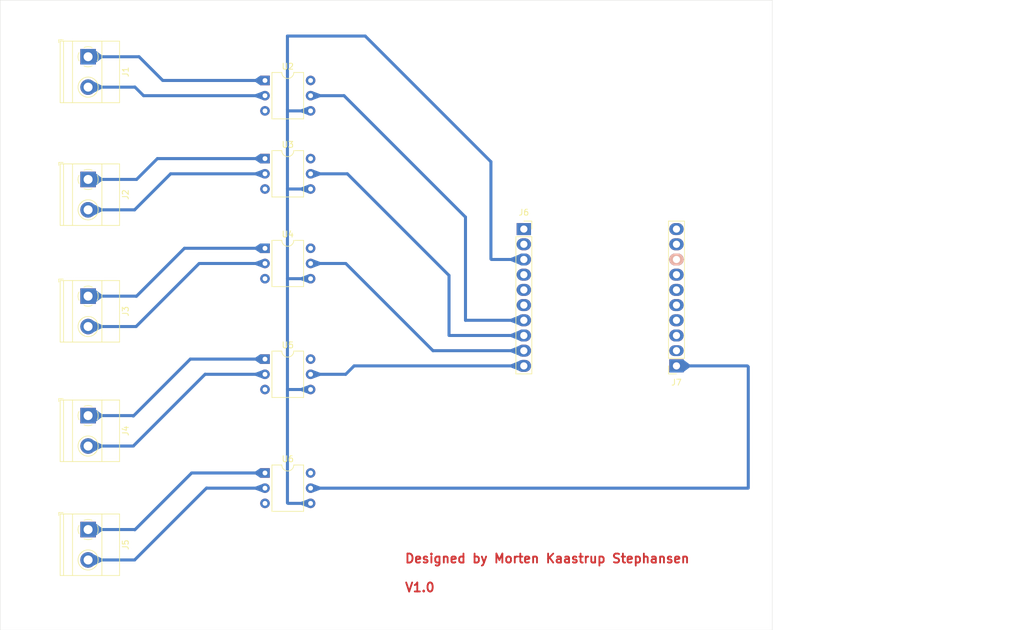
<source format=kicad_pcb>
(kicad_pcb (version 20240108) (generator "pcbnew") (generator_version "8.0")
  (layers (0 "F.Cu" signal) (31 "B.Cu" signal) (34 "B.Paste" user) (35 "F.Paste" user) (36 "B.SilkS" user "B.Silkscreen") (37 "F.SilkS" user "F.Silkscreen") (38 "B.Mask" user) (39 "F.Mask" user) (44 "Edge.Cuts" user))
  (net 0 "")
  (net 1 "Net-(J1-Pin_2)")
  (net 2 "Net-(J1-Pin_1)")
  (net 3 "Net-(J2-Pin_1)")
  (net 4 "Net-(J2-Pin_2)")
  (net 5 "Net-(J3-Pin_1)")
  (net 6 "Net-(J3-Pin_2)")
  (net 7 "Net-(J4-Pin_2)")
  (net 8 "Net-(J4-Pin_1)")
  (net 9 "Net-(J5-Pin_2)")
  (net 10 "Net-(J5-Pin_1)")
  (net 11 "Net-(J6-Pin_7)")
  (net 12 "Net-(J6-Pin_10)")
  (net 13 "Net-(J6-Pin_9)")
  (net 16 "Net-(J6-Pin_3)")
  (net 20 "Net-(J6-Pin_8)")
  (net 21 "Net-(J7-Pin_1)")
  (footprint "TerminalBlock_Phoenix:TerminalBlock_Phoenix_MKDS-1,5-2-5.08_1x02_P5.08mm_Horizontal" (layer "F.Cu") (at 127.195 125.205 -90)
    (property "Reference" "J5" (at 2.54 -6.26 90) (layer "F.SilkS"))
    (property "Value" "Screw_Terminal_01x02")
    (fp_line (start -2.84 4.9) (end -2.34 4.9) (stroke (width 0.12)) (layer "F.SilkS"))
    (fp_line (start -2.6 4.66) (end 7.68 4.66) (stroke (width 0.12)) (layer "F.SilkS"))
    (fp_line (start -2.84 4.16) (end -2.84 4.9) (stroke (width 0.12)) (layer "F.SilkS"))
    (fp_line (start -2.6 4.1) (end 7.68 4.1) (stroke (width 0.12)) (layer "F.SilkS"))
    (fp_line (start -2.6 2.6) (end 7.68 2.6) (stroke (width 0.12)) (layer "F.SilkS"))
    (fp_line (start 4.046 1.239) (end 4.011 1.274) (stroke (width 0.12)) (layer "F.SilkS"))
    (fp_line (start 3.853 1.023) (end 3.806 1.069) (stroke (width 0.12)) (layer "F.SilkS"))
    (fp_line (start 6.355 -1.069) (end 6.308 -1.023) (stroke (width 0.12)) (layer "F.SilkS"))
    (fp_line (start 6.15 -1.275) (end 6.115 -1.239) (stroke (width 0.12)) (layer "F.SilkS"))
    (fp_line (start -2.6 -2.301) (end 7.68 -2.301) (stroke (width 0.12)) (layer "F.SilkS"))
    (fp_line (start -2.6 -5.261) (end -2.6 4.66) (stroke (width 0.12)) (layer "F.SilkS"))
    (fp_line (start -2.6 -5.261) (end 7.68 -5.261) (stroke (width 0.12)) (layer "F.SilkS"))
    (fp_line (start 7.68 -5.261) (end 7.68 4.66) (stroke (width 0.12)) (layer "F.SilkS"))
    (fp_arc (start 0.028805 1.680253) (mid -0.335551 1.646659) (end -0.684 1.535) (stroke (width 0.12)) (layer "F.SilkS"))
    (fp_arc (start 0.683318 1.534756) (mid 0.349292 1.643288) (end 0 1.68) (stroke (width 0.12)) (layer "F.SilkS"))
    (fp_arc (start -1.535427 0.683042) (mid -1.680501 -0.000524) (end -1.535 -0.684) (stroke (width 0.12)) (layer "F.SilkS"))
    (fp_arc (start 1.535427 -0.683042) (mid 1.680501 0.000524) (end 1.535 0.684) (stroke (width 0.12)) (layer "F.SilkS"))
    (fp_arc (start -0.683042 -1.535427) (mid 0.000524 -1.680501) (end 0.684 -1.535) (stroke (width 0.12)) (layer "F.SilkS"))
    (fp_circle (center 5.08 0) (end 6.76 0) (stroke (width 0.12)) (fill none) (layer "F.SilkS"))
    (pad "1" thru_hole rect (at 0 0 270) (size 2.6 2.6) (drill 1.5) (layers "*.Cu" "*.Mask") (net 10 "Net-(J5-Pin_1)"))
    (pad "2" thru_hole circle (at 5.08 0 270) (size 2.6 2.6) (drill 1.5) (layers "*.Cu" "*.Mask") (net 9 "Net-(J5-Pin_2)"))
  )
  (footprint "TerminalBlock_Phoenix:TerminalBlock_Phoenix_MKDS-1,5-2-5.08_1x02_P5.08mm_Horizontal" (layer "F.Cu") (at 127.195 66.705 -90)
    (property "Reference" "J2" (at 2.54 -6.26 90) (layer "F.SilkS"))
    (property "Value" "Screw_Terminal_01x02")
    (fp_line (start -2.84 4.9) (end -2.34 4.9) (stroke (width 0.12)) (layer "F.SilkS"))
    (fp_line (start -2.6 4.66) (end 7.68 4.66) (stroke (width 0.12)) (layer "F.SilkS"))
    (fp_line (start -2.84 4.16) (end -2.84 4.9) (stroke (width 0.12)) (layer "F.SilkS"))
    (fp_line (start -2.6 4.1) (end 7.68 4.1) (stroke (width 0.12)) (layer "F.SilkS"))
    (fp_line (start -2.6 2.6) (end 7.68 2.6) (stroke (width 0.12)) (layer "F.SilkS"))
    (fp_line (start 4.046 1.239) (end 4.011 1.274) (stroke (width 0.12)) (layer "F.SilkS"))
    (fp_line (start 3.853 1.023) (end 3.806 1.069) (stroke (width 0.12)) (layer "F.SilkS"))
    (fp_line (start 6.355 -1.069) (end 6.308 -1.023) (stroke (width 0.12)) (layer "F.SilkS"))
    (fp_line (start 6.15 -1.275) (end 6.115 -1.239) (stroke (width 0.12)) (layer "F.SilkS"))
    (fp_line (start -2.6 -2.301) (end 7.68 -2.301) (stroke (width 0.12)) (layer "F.SilkS"))
    (fp_line (start -2.6 -5.261) (end -2.6 4.66) (stroke (width 0.12)) (layer "F.SilkS"))
    (fp_line (start -2.6 -5.261) (end 7.68 -5.261) (stroke (width 0.12)) (layer "F.SilkS"))
    (fp_line (start 7.68 -5.261) (end 7.68 4.66) (stroke (width 0.12)) (layer "F.SilkS"))
    (fp_arc (start 0.028805 1.680253) (mid -0.335551 1.646659) (end -0.684 1.535) (stroke (width 0.12)) (layer "F.SilkS"))
    (fp_arc (start 0.683318 1.534756) (mid 0.349292 1.643288) (end 0 1.68) (stroke (width 0.12)) (layer "F.SilkS"))
    (fp_arc (start -1.535427 0.683042) (mid -1.680501 -0.000524) (end -1.535 -0.684) (stroke (width 0.12)) (layer "F.SilkS"))
    (fp_arc (start 1.535427 -0.683042) (mid 1.680501 0.000524) (end 1.535 0.684) (stroke (width 0.12)) (layer "F.SilkS"))
    (fp_arc (start -0.683042 -1.535427) (mid 0.000524 -1.680501) (end 0.684 -1.535) (stroke (width 0.12)) (layer "F.SilkS"))
    (fp_circle (center 5.08 0) (end 6.76 0) (stroke (width 0.12)) (fill none) (layer "F.SilkS"))
    (pad "1" thru_hole rect (at 0 0 270) (size 2.6 2.6) (drill 1.5) (layers "*.Cu" "*.Mask") (net 3 "Net-(J2-Pin_1)"))
    (pad "2" thru_hole circle (at 5.08 0 270) (size 2.6 2.6) (drill 1.5) (layers "*.Cu" "*.Mask") (net 4 "Net-(J2-Pin_2)"))
  )
  (footprint "Package_DIP:DIP-6_W7.62mm" (layer "F.Cu") (at 156.75 78.21)
    (property "Reference" "U4" (at 3.81 -2.33 0) (layer "F.SilkS"))
    (property "Value" "4N25")
    (fp_line (start 1.16 -1.33) (end 1.16 6.41) (stroke (width 0.12)) (layer "F.SilkS"))
    (fp_line (start 1.16 6.41) (end 6.46 6.41) (stroke (width 0.12)) (layer "F.SilkS"))
    (fp_line (start 2.81 -1.33) (end 1.16 -1.33) (stroke (width 0.12)) (layer "F.SilkS"))
    (fp_line (start 6.46 -1.33) (end 4.81 -1.33) (stroke (width 0.12)) (layer "F.SilkS"))
    (fp_line (start 6.46 6.41) (end 6.46 -1.33) (stroke (width 0.12)) (layer "F.SilkS"))
    (fp_arc (start 4.81 -1.33) (mid 3.81 -0.33) (end 2.81 -1.33) (stroke (width 0.12)) (layer "F.SilkS"))
    (pad "1" thru_hole rect (at 0 0) (size 1.6 1.6) (drill 0.8) (layers "*.Cu" "*.Mask") (net 5 "Net-(J3-Pin_1)"))
    (pad "2" thru_hole oval (at 0 2.54) (size 1.6 1.6) (drill 0.8) (layers "*.Cu" "*.Mask") (net 6 "Net-(J3-Pin_2)"))
    (pad "3" thru_hole oval (at 0 5.08) (size 1.6 1.6) (drill 0.8) (layers "*.Cu" "*.Mask"))
    (pad "4" thru_hole oval (at 7.62 5.08) (size 1.6 1.6) (drill 0.8) (layers "*.Cu" "*.Mask") (net 16 "Net-(J6-Pin_3)"))
    (pad "5" thru_hole oval (at 7.62 2.54) (size 1.6 1.6) (drill 0.8) (layers "*.Cu" "*.Mask") (net 13 "Net-(J6-Pin_9)"))
    (pad "6" thru_hole oval (at 7.62 0) (size 1.6 1.6) (drill 0.8) (layers "*.Cu" "*.Mask"))
  )
  (footprint "TerminalBlock_Phoenix:TerminalBlock_Phoenix_MKDS-1,5-2-5.08_1x02_P5.08mm_Horizontal" (layer "F.Cu") (at 127.195 46.205 -90)
    (property "Reference" "J1" (at 2.54 -6.26 90) (layer "F.SilkS"))
    (property "Value" "Screw_Terminal_01x02")
    (fp_line (start -2.84 4.9) (end -2.34 4.9) (stroke (width 0.12)) (layer "F.SilkS"))
    (fp_line (start -2.6 4.66) (end 7.68 4.66) (stroke (width 0.12)) (layer "F.SilkS"))
    (fp_line (start -2.84 4.16) (end -2.84 4.9) (stroke (width 0.12)) (layer "F.SilkS"))
    (fp_line (start -2.6 4.1) (end 7.68 4.1) (stroke (width 0.12)) (layer "F.SilkS"))
    (fp_line (start -2.6 2.6) (end 7.68 2.6) (stroke (width 0.12)) (layer "F.SilkS"))
    (fp_line (start 4.046 1.239) (end 4.011 1.274) (stroke (width 0.12)) (layer "F.SilkS"))
    (fp_line (start 3.853 1.023) (end 3.806 1.069) (stroke (width 0.12)) (layer "F.SilkS"))
    (fp_line (start 6.355 -1.069) (end 6.308 -1.023) (stroke (width 0.12)) (layer "F.SilkS"))
    (fp_line (start 6.15 -1.275) (end 6.115 -1.239) (stroke (width 0.12)) (layer "F.SilkS"))
    (fp_line (start -2.6 -2.301) (end 7.68 -2.301) (stroke (width 0.12)) (layer "F.SilkS"))
    (fp_line (start -2.6 -5.261) (end -2.6 4.66) (stroke (width 0.12)) (layer "F.SilkS"))
    (fp_line (start -2.6 -5.261) (end 7.68 -5.261) (stroke (width 0.12)) (layer "F.SilkS"))
    (fp_line (start 7.68 -5.261) (end 7.68 4.66) (stroke (width 0.12)) (layer "F.SilkS"))
    (fp_arc (start 0.028805 1.680253) (mid -0.335551 1.646659) (end -0.684 1.535) (stroke (width 0.12)) (layer "F.SilkS"))
    (fp_arc (start 0.683318 1.534756) (mid 0.349292 1.643288) (end 0 1.68) (stroke (width 0.12)) (layer "F.SilkS"))
    (fp_arc (start -1.535427 0.683042) (mid -1.680501 -0.000524) (end -1.535 -0.684) (stroke (width 0.12)) (layer "F.SilkS"))
    (fp_arc (start 1.535427 -0.683042) (mid 1.680501 0.000524) (end 1.535 0.684) (stroke (width 0.12)) (layer "F.SilkS"))
    (fp_arc (start -0.683042 -1.535427) (mid 0.000524 -1.680501) (end 0.684 -1.535) (stroke (width 0.12)) (layer "F.SilkS"))
    (fp_circle (center 5.08 0) (end 6.76 0) (stroke (width 0.12)) (fill none) (layer "F.SilkS"))
    (pad "1" thru_hole rect (at 0 0 270) (size 2.6 2.6) (drill 1.5) (layers "*.Cu" "*.Mask") (net 2 "Net-(J1-Pin_1)"))
    (pad "2" thru_hole circle (at 5.08 0 270) (size 2.6 2.6) (drill 1.5) (layers "*.Cu" "*.Mask") (net 1 "Net-(J1-Pin_2)"))
  )
  (footprint "Connector_PinSocket_2.54mm:PinSocket_1x10_P2.54mm_Vertical" (layer "F.Cu") (at 225.5 97.86 180)
    (property "Reference" "J7" (at 0 -2.77 180) (layer "F.SilkS"))
    (property "Value" "Conn_01x10_Socket")
    (fp_line (start 1.33 1.27) (end 1.33 24.19) (stroke (width 0.12)) (layer "F.SilkS"))
    (fp_line (start 1.33 -1.33) (end 1.33 0) (stroke (width 0.12)) (layer "F.SilkS"))
    (fp_line (start 0 -1.33) (end 1.33 -1.33) (stroke (width 0.12)) (layer "F.SilkS"))
    (fp_line (start -1.33 24.19) (end 1.33 24.19) (stroke (width 0.12)) (layer "F.SilkS"))
    (fp_line (start -1.33 1.27) (end 1.33 1.27) (stroke (width 0.12)) (layer "F.SilkS"))
    (fp_line (start -1.33 1.27) (end -1.33 24.19) (stroke (width 0.12)) (layer "F.SilkS"))
    (pad "1" thru_hole rect (at 0 0 180) (size 2.4 2.2) (drill 1.2) (layers "*.Cu" "*.Mask") (net 21 "Net-(J7-Pin_1)"))
    (pad "2" thru_hole oval (at 0 2.54 180) (size 2.4 1.8) (drill 1.2) (layers "*.Cu" "*.Mask"))
    (pad "3" thru_hole oval (at 0 5.08 180) (size 2.4 2) (drill 1.2) (layers "*.Cu" "*.Mask"))
    (pad "4" thru_hole oval (at 0 7.62 180) (size 2.4 2) (drill 1.2) (layers "*.Cu" "*.Mask"))
    (pad "5" thru_hole oval (at 0 10.16 180) (size 2.4 2) (drill 1.2) (layers "*.Cu" "*.Mask"))
    (pad "6" thru_hole oval (at 0 12.7 180) (size 2.4 2) (drill 1.2) (layers "*.Cu" "*.Mask"))
    (pad "7" thru_hole oval (at 0 15.24 180) (size 2.4 2) (drill 1.2) (layers "*.Cu" "*.Mask"))
    (pad "8" thru_hole oval (at 0 17.78 180) (size 2.4 2) (drill 1.2) (layers "*.Cu" "*.Mask" "B.SilkS"))
    (pad "9" thru_hole oval (at 0 20.32 180) (size 2.4 2) (drill 1.2) (layers "*.Cu" "*.Mask"))
    (pad "10" thru_hole oval (at 0 22.86 180) (size 2.4 2) (drill 1.2) (layers "*.Cu" "*.Mask"))
  )
  (footprint "Package_DIP:DIP-6_W7.62mm" (layer "F.Cu") (at 156.75 115.75)
    (property "Reference" "U6" (at 3.81 -2.33 0) (layer "F.SilkS"))
    (property "Value" "4N25")
    (fp_line (start 1.16 -1.33) (end 1.16 6.41) (stroke (width 0.12)) (layer "F.SilkS"))
    (fp_line (start 1.16 6.41) (end 6.46 6.41) (stroke (width 0.12)) (layer "F.SilkS"))
    (fp_line (start 2.81 -1.33) (end 1.16 -1.33) (stroke (width 0.12)) (layer "F.SilkS"))
    (fp_line (start 6.46 -1.33) (end 4.81 -1.33) (stroke (width 0.12)) (layer "F.SilkS"))
    (fp_line (start 6.46 6.41) (end 6.46 -1.33) (stroke (width 0.12)) (layer "F.SilkS"))
    (fp_arc (start 4.81 -1.33) (mid 3.81 -0.33) (end 2.81 -1.33) (stroke (width 0.12)) (layer "F.SilkS"))
    (pad "1" thru_hole rect (at 0 0) (size 1.6 1.6) (drill 0.8) (layers "*.Cu" "*.Mask") (net 10 "Net-(J5-Pin_1)"))
    (pad "2" thru_hole oval (at 0 2.54) (size 1.6 1.6) (drill 0.8) (layers "*.Cu" "*.Mask") (net 9 "Net-(J5-Pin_2)"))
    (pad "3" thru_hole oval (at 0 5.08) (size 1.6 1.6) (drill 0.8) (layers "*.Cu" "*.Mask"))
    (pad "4" thru_hole oval (at 7.62 5.08) (size 1.6 1.6) (drill 0.8) (layers "*.Cu" "*.Mask") (net 16 "Net-(J6-Pin_3)"))
    (pad "5" thru_hole oval (at 7.62 2.54) (size 1.6 1.6) (drill 0.8) (layers "*.Cu" "*.Mask") (net 21 "Net-(J7-Pin_1)"))
    (pad "6" thru_hole oval (at 7.62 0) (size 1.6 1.6) (drill 0.8) (layers "*.Cu" "*.Mask"))
  )
  (footprint "Connector_PinSocket_2.54mm:PinSocket_1x10_P2.54mm_Vertical" (layer "F.Cu") (at 200 75)
    (property "Reference" "J6" (at 0 -2.77 0) (layer "F.SilkS"))
    (property "Value" "Conn_01x10_Socket")
    (fp_line (start -1.33 1.27) (end -1.33 24.19) (stroke (width 0.12)) (layer "F.SilkS"))
    (fp_line (start -1.33 1.27) (end 1.33 1.27) (stroke (width 0.12)) (layer "F.SilkS"))
    (fp_line (start -1.33 24.19) (end 1.33 24.19) (stroke (width 0.12)) (layer "F.SilkS"))
    (fp_line (start 0 -1.33) (end 1.33 -1.33) (stroke (width 0.12)) (layer "F.SilkS"))
    (fp_line (start 1.33 -1.33) (end 1.33 0) (stroke (width 0.12)) (layer "F.SilkS"))
    (fp_line (start 1.33 1.27) (end 1.33 24.19) (stroke (width 0.12)) (layer "F.SilkS"))
    (pad "1" thru_hole rect (at 0 0) (size 2.4 2) (drill 1.2) (layers "*.Cu" "*.Mask"))
    (pad "2" thru_hole oval (at 0 2.54) (size 2.4 2) (drill 1.2) (layers "*.Cu" "*.Mask"))
    (pad "3" thru_hole oval (at 0 5.08) (size 2.4 2) (drill 1.2) (layers "*.Cu" "*.Mask") (net 16 "Net-(J6-Pin_3)"))
    (pad "4" thru_hole oval (at 0 7.62) (size 2.4 2) (drill 1.2) (layers "*.Cu" "*.Mask"))
    (pad "5" thru_hole oval (at 0 10.16) (size 2.4 2) (drill 1.2) (layers "*.Cu" "*.Mask"))
    (pad "6" thru_hole oval (at 0 12.7) (size 2.4 2) (drill 1.2) (layers "*.Cu" "*.Mask"))
    (pad "7" thru_hole oval (at 0 15.24) (size 2.4 2) (drill 1.2) (layers "*.Cu" "*.Mask") (net 11 "Net-(J6-Pin_7)"))
    (pad "8" thru_hole oval (at 0 17.78) (size 2.4 2) (drill 1.2) (layers "*.Cu" "*.Mask") (net 20 "Net-(J6-Pin_8)"))
    (pad "9" thru_hole oval (at 0 20.32) (size 2.4 2) (drill 1.2) (layers "*.Cu" "*.Mask") (net 13 "Net-(J6-Pin_9)"))
    (pad "10" thru_hole oval (at 0 22.86) (size 2.4 2) (drill 1.2) (layers "*.Cu" "*.Mask") (net 12 "Net-(J6-Pin_10)"))
  )
  (footprint "Package_DIP:DIP-6_W7.62mm" (layer "F.Cu") (at 156.75 50.17)
    (property "Reference" "U2" (at 3.81 -2.33 0) (layer "F.SilkS"))
    (property "Value" "4N25")
    (fp_line (start 1.16 -1.33) (end 1.16 6.41) (stroke (width 0.12)) (layer "F.SilkS"))
    (fp_line (start 1.16 6.41) (end 6.46 6.41) (stroke (width 0.12)) (layer "F.SilkS"))
    (fp_line (start 2.81 -1.33) (end 1.16 -1.33) (stroke (width 0.12)) (layer "F.SilkS"))
    (fp_line (start 6.46 -1.33) (end 4.81 -1.33) (stroke (width 0.12)) (layer "F.SilkS"))
    (fp_line (start 6.46 6.41) (end 6.46 -1.33) (stroke (width 0.12)) (layer "F.SilkS"))
    (fp_arc (start 4.81 -1.33) (mid 3.81 -0.33) (end 2.81 -1.33) (stroke (width 0.12)) (layer "F.SilkS"))
    (pad "1" thru_hole rect (at 0 0) (size 1.6 1.6) (drill 0.8) (layers "*.Cu" "*.Mask") (net 2 "Net-(J1-Pin_1)"))
    (pad "2" thru_hole oval (at 0 2.54) (size 1.6 1.6) (drill 0.8) (layers "*.Cu" "*.Mask") (net 1 "Net-(J1-Pin_2)"))
    (pad "3" thru_hole oval (at 0 5.08) (size 1.6 1.6) (drill 0.8) (layers "*.Cu" "*.Mask"))
    (pad "4" thru_hole oval (at 7.62 5.08) (size 1.6 1.6) (drill 0.8) (layers "*.Cu" "*.Mask") (net 16 "Net-(J6-Pin_3)"))
    (pad "5" thru_hole oval (at 7.62 2.54) (size 1.6 1.6) (drill 0.8) (layers "*.Cu" "*.Mask") (net 11 "Net-(J6-Pin_7)"))
    (pad "6" thru_hole oval (at 7.62 0) (size 1.6 1.6) (drill 0.8) (layers "*.Cu" "*.Mask"))
  )
  (footprint "TerminalBlock_Phoenix:TerminalBlock_Phoenix_MKDS-1,5-2-5.08_1x02_P5.08mm_Horizontal" (layer "F.Cu") (at 127.195 106.17 -90)
    (property "Reference" "J4" (at 2.54 -6.26 90) (layer "F.SilkS"))
    (property "Value" "Screw_Terminal_01x02")
    (fp_line (start -2.84 4.9) (end -2.34 4.9) (stroke (width 0.12)) (layer "F.SilkS"))
    (fp_line (start -2.6 4.66) (end 7.68 4.66) (stroke (width 0.12)) (layer "F.SilkS"))
    (fp_line (start -2.84 4.16) (end -2.84 4.9) (stroke (width 0.12)) (layer "F.SilkS"))
    (fp_line (start -2.6 4.1) (end 7.68 4.1) (stroke (width 0.12)) (layer "F.SilkS"))
    (fp_line (start -2.6 2.6) (end 7.68 2.6) (stroke (width 0.12)) (layer "F.SilkS"))
    (fp_line (start 4.046 1.239) (end 4.011 1.274) (stroke (width 0.12)) (layer "F.SilkS"))
    (fp_line (start 3.853 1.023) (end 3.806 1.069) (stroke (width 0.12)) (layer "F.SilkS"))
    (fp_line (start 6.355 -1.069) (end 6.308 -1.023) (stroke (width 0.12)) (layer "F.SilkS"))
    (fp_line (start 6.15 -1.275) (end 6.115 -1.239) (stroke (width 0.12)) (layer "F.SilkS"))
    (fp_line (start -2.6 -2.301) (end 7.68 -2.301) (stroke (width 0.12)) (layer "F.SilkS"))
    (fp_line (start -2.6 -5.261) (end -2.6 4.66) (stroke (width 0.12)) (layer "F.SilkS"))
    (fp_line (start -2.6 -5.261) (end 7.68 -5.261) (stroke (width 0.12)) (layer "F.SilkS"))
    (fp_line (start 7.68 -5.261) (end 7.68 4.66) (stroke (width 0.12)) (layer "F.SilkS"))
    (fp_arc (start 0.028805 1.680253) (mid -0.335551 1.646659) (end -0.684 1.535) (stroke (width 0.12)) (layer "F.SilkS"))
    (fp_arc (start 0.683318 1.534756) (mid 0.349292 1.643288) (end 0 1.68) (stroke (width 0.12)) (layer "F.SilkS"))
    (fp_arc (start -1.535427 0.683042) (mid -1.680501 -0.000524) (end -1.535 -0.684) (stroke (width 0.12)) (layer "F.SilkS"))
    (fp_arc (start 1.535427 -0.683042) (mid 1.680501 0.000524) (end 1.535 0.684) (stroke (width 0.12)) (layer "F.SilkS"))
    (fp_arc (start -0.683042 -1.535427) (mid 0.000524 -1.680501) (end 0.684 -1.535) (stroke (width 0.12)) (layer "F.SilkS"))
    (fp_circle (center 5.08 0) (end 6.76 0) (stroke (width 0.12)) (fill none) (layer "F.SilkS"))
    (pad "1" thru_hole rect (at 0 0 270) (size 2.6 2.6) (drill 1.5) (layers "*.Cu" "*.Mask") (net 8 "Net-(J4-Pin_1)"))
    (pad "2" thru_hole circle (at 5.08 0 270) (size 2.6 2.6) (drill 1.5) (layers "*.Cu" "*.Mask") (net 7 "Net-(J4-Pin_2)"))
  )
  (footprint "Package_DIP:DIP-6_W7.62mm" (layer "F.Cu") (at 156.75 63.225)
    (property "Reference" "U3" (at 3.81 -2.33 0) (layer "F.SilkS"))
    (property "Value" "4N25")
    (fp_line (start 1.16 -1.33) (end 1.16 6.41) (stroke (width 0.12)) (layer "F.SilkS"))
    (fp_line (start 1.16 6.41) (end 6.46 6.41) (stroke (width 0.12)) (layer "F.SilkS"))
    (fp_line (start 2.81 -1.33) (end 1.16 -1.33) (stroke (width 0.12)) (layer "F.SilkS"))
    (fp_line (start 6.46 -1.33) (end 4.81 -1.33) (stroke (width 0.12)) (layer "F.SilkS"))
    (fp_line (start 6.46 6.41) (end 6.46 -1.33) (stroke (width 0.12)) (layer "F.SilkS"))
    (fp_arc (start 4.81 -1.33) (mid 3.81 -0.33) (end 2.81 -1.33) (stroke (width 0.12)) (layer "F.SilkS"))
    (pad "1" thru_hole rect (at 0 0) (size 1.6 1.6) (drill 0.8) (layers "*.Cu" "*.Mask") (net 3 "Net-(J2-Pin_1)"))
    (pad "2" thru_hole oval (at 0 2.54) (size 1.6 1.6) (drill 0.8) (layers "*.Cu" "*.Mask") (net 4 "Net-(J2-Pin_2)"))
    (pad "3" thru_hole oval (at 0 5.08) (size 1.6 1.6) (drill 0.8) (layers "*.Cu" "*.Mask"))
    (pad "4" thru_hole oval (at 7.62 5.08) (size 1.6 1.6) (drill 0.8) (layers "*.Cu" "*.Mask") (net 16 "Net-(J6-Pin_3)"))
    (pad "5" thru_hole oval (at 7.62 2.54) (size 1.6 1.6) (drill 0.8) (layers "*.Cu" "*.Mask") (net 20 "Net-(J6-Pin_8)"))
    (pad "6" thru_hole oval (at 7.62 0) (size 1.6 1.6) (drill 0.8) (layers "*.Cu" "*.Mask"))
  )
  (footprint "TerminalBlock_Phoenix:TerminalBlock_Phoenix_MKDS-1,5-2-5.08_1x02_P5.08mm_Horizontal" (layer "F.Cu") (at 127.195 86.205 -90)
    (property "Reference" "J3" (at 2.54 -6.26 90) (layer "F.SilkS"))
    (property "Value" "Screw_Terminal_01x02")
    (fp_line (start -2.84 4.9) (end -2.34 4.9) (stroke (width 0.12)) (layer "F.SilkS"))
    (fp_line (start -2.6 4.66) (end 7.68 4.66) (stroke (width 0.12)) (layer "F.SilkS"))
    (fp_line (start -2.84 4.16) (end -2.84 4.9) (stroke (width 0.12)) (layer "F.SilkS"))
    (fp_line (start -2.6 4.1) (end 7.68 4.1) (stroke (width 0.12)) (layer "F.SilkS"))
    (fp_line (start -2.6 2.6) (end 7.68 2.6) (stroke (width 0.12)) (layer "F.SilkS"))
    (fp_line (start 4.046 1.239) (end 4.011 1.274) (stroke (width 0.12)) (layer "F.SilkS"))
    (fp_line (start 3.853 1.023) (end 3.806 1.069) (stroke (width 0.12)) (layer "F.SilkS"))
    (fp_line (start 6.355 -1.069) (end 6.308 -1.023) (stroke (width 0.12)) (layer "F.SilkS"))
    (fp_line (start 6.15 -1.275) (end 6.115 -1.239) (stroke (width 0.12)) (layer "F.SilkS"))
    (fp_line (start -2.6 -2.301) (end 7.68 -2.301) (stroke (width 0.12)) (layer "F.SilkS"))
    (fp_line (start -2.6 -5.261) (end -2.6 4.66) (stroke (width 0.12)) (layer "F.SilkS"))
    (fp_line (start -2.6 -5.261) (end 7.68 -5.261) (stroke (width 0.12)) (layer "F.SilkS"))
    (fp_line (start 7.68 -5.261) (end 7.68 4.66) (stroke (width 0.12)) (layer "F.SilkS"))
    (fp_arc (start 0.028805 1.680253) (mid -0.335551 1.646659) (end -0.684 1.535) (stroke (width 0.12)) (layer "F.SilkS"))
    (fp_arc (start 0.683318 1.534756) (mid 0.349292 1.643288) (end 0 1.68) (stroke (width 0.12)) (layer "F.SilkS"))
    (fp_arc (start -1.535427 0.683042) (mid -1.680501 -0.000524) (end -1.535 -0.684) (stroke (width 0.12)) (layer "F.SilkS"))
    (fp_arc (start 1.535427 -0.683042) (mid 1.680501 0.000524) (end 1.535 0.684) (stroke (width 0.12)) (layer "F.SilkS"))
    (fp_arc (start -0.683042 -1.535427) (mid 0.000524 -1.680501) (end 0.684 -1.535) (stroke (width 0.12)) (layer "F.SilkS"))
    (fp_circle (center 5.08 0) (end 6.76 0) (stroke (width 0.12)) (fill none) (layer "F.SilkS"))
    (pad "1" thru_hole rect (at 0 0 270) (size 2.6 2.6) (drill 1.5) (layers "*.Cu" "*.Mask") (net 5 "Net-(J3-Pin_1)"))
    (pad "2" thru_hole circle (at 5.08 0 270) (size 2.6 2.6) (drill 1.5) (layers "*.Cu" "*.Mask") (net 6 "Net-(J3-Pin_2)"))
  )
  (footprint "Package_DIP:DIP-6_W7.62mm" (layer "F.Cu") (at 156.75 96.725)
    (property "Reference" "U5" (at 3.81 -2.33 0) (layer "F.SilkS"))
    (property "Value" "4N25")
    (fp_line (start 1.16 -1.33) (end 1.16 6.41) (stroke (width 0.12)) (layer "F.SilkS"))
    (fp_line (start 1.16 6.41) (end 6.46 6.41) (stroke (width 0.12)) (layer "F.SilkS"))
    (fp_line (start 2.81 -1.33) (end 1.16 -1.33) (stroke (width 0.12)) (layer "F.SilkS"))
    (fp_line (start 6.46 -1.33) (end 4.81 -1.33) (stroke (width 0.12)) (layer "F.SilkS"))
    (fp_line (start 6.46 6.41) (end 6.46 -1.33) (stroke (width 0.12)) (layer "F.SilkS"))
    (fp_arc (start 4.81 -1.33) (mid 3.81 -0.33) (end 2.81 -1.33) (stroke (width 0.12)) (layer "F.SilkS"))
    (pad "1" thru_hole rect (at 0 0) (size 1.6 1.6) (drill 0.8) (layers "*.Cu" "*.Mask") (net 8 "Net-(J4-Pin_1)"))
    (pad "2" thru_hole oval (at 0 2.54) (size 1.6 1.6) (drill 0.8) (layers "*.Cu" "*.Mask") (net 7 "Net-(J4-Pin_2)"))
    (pad "3" thru_hole oval (at 0 5.08) (size 1.6 1.6) (drill 0.8) (layers "*.Cu" "*.Mask"))
    (pad "4" thru_hole oval (at 7.62 5.08) (size 1.6 1.6) (drill 0.8) (layers "*.Cu" "*.Mask") (net 16 "Net-(J6-Pin_3)"))
    (pad "5" thru_hole oval (at 7.62 2.54) (size 1.6 1.6) (drill 0.8) (layers "*.Cu" "*.Mask") (net 12 "Net-(J6-Pin_10)"))
    (pad "6" thru_hole oval (at 7.62 0) (size 1.6 1.6) (drill 0.8) (layers "*.Cu" "*.Mask"))
  )
  (gr_rect (start 112.5 36.75) (end 241.5 142) (stroke (width 0.05)) (fill none) (layer "Edge.Cuts"))
  (gr_text "Designed by Morten Kaastrup Stephansen\n\nV1.0" (at 180 135.75 0) (layer "F.Cu") (effects (font (size 1.5 1.5) (thickness 0.3) (bold yes)) (justify left bottom)))
  (segment (start 136.46 52.71) (end 156.75 52.71) (width 0.508) (layer "B.Cu") (net 1))
  (segment (start 135 51.25) (end 136.46 52.71) (width 0.508) (layer "B.Cu") (net 1))
  (segment (start 127.195 51.285) (end 134.965 51.285) (width 0.508) (layer "B.Cu") (net 1))
  (segment (start 156.75 50.17) (end 139.67 50.17) (width 0.508) (layer "B.Cu") (net 2))
  (segment (start 135.705 46.205) (end 127.195 46.205) (width 0.508) (layer "B.Cu") (net 2))
  (segment (start 139.67 50.17) (end 135.705 46.205) (width 0.508) (layer "B.Cu") (net 2))
  (segment (start 138.775 63.225) (end 135.295 66.705) (width 0.508) (layer "B.Cu") (net 3))
  (segment (start 156.75 63.225) (end 138.775 63.225) (width 0.508) (layer "B.Cu") (net 3))
  (segment (start 135.295 66.705) (end 127.195 66.705) (width 0.508) (layer "B.Cu") (net 3))
  (segment (start 134.965 71.785) (end 140.985 65.765) (width 0.508) (layer "B.Cu") (net 4))
  (segment (start 127.195 71.785) (end 134.965 71.785) (width 0.508) (layer "B.Cu") (net 4))
  (segment (start 140.985 65.765) (end 156.75 65.765) (width 0.508) (layer "B.Cu") (net 4))
  (segment (start 127.195 86.205) (end 135.205 86.205) (width 0.508) (layer "B.Cu") (net 5))
  (segment (start 143.29 78.21) (end 156.75 78.21) (width 0.508) (layer "B.Cu") (net 5))
  (segment (start 135.25 86.25) (end 143.29 78.21) (width 0.508) (layer "B.Cu") (net 5))
  (segment (start 145.75 80.75) (end 156.75 80.75) (width 0.508) (layer "B.Cu") (net 6))
  (segment (start 127.195 91.285) (end 135.215 91.285) (width 0.508) (layer "B.Cu") (net 6))
  (segment (start 135.215 91.285) (end 145.75 80.75) (width 0.508) (layer "B.Cu") (net 6))
  (segment (start 134.75 111.25) (end 146.75 99.25) (width 0.508) (layer "B.Cu") (net 7))
  (segment (start 127.195 111.25) (end 134.75 111.25) (width 0.508) (layer "B.Cu") (net 7))
  (segment (start 146.765 99.265) (end 156.75 99.265) (width 0.508) (layer "B.Cu") (net 7))
  (segment (start 134.75 106.25) (end 144.275 96.725) (width 0.508) (layer "B.Cu") (net 8))
  (segment (start 127.195 106.17) (end 134.67 106.17) (width 0.508) (layer "B.Cu") (net 8))
  (segment (start 144.275 96.725) (end 156.75 96.725) (width 0.508) (layer "B.Cu") (net 8))
  (segment (start 134.965 130.285) (end 147 118.25) (width 0.508) (layer "B.Cu") (net 9))
  (segment (start 147.04 118.29) (end 156.75 118.29) (width 0.508) (layer "B.Cu") (net 9))
  (segment (start 127.195 130.285) (end 134.965 130.285) (width 0.508) (layer "B.Cu") (net 9))
  (segment (start 144.5 115.75) (end 156.75 115.75) (width 0.508) (layer "B.Cu") (net 10))
  (segment (start 135 125.25) (end 144.5 115.75) (width 0.508) (layer "B.Cu") (net 10))
  (segment (start 127.195 125.205) (end 134.955 125.205) (width 0.508) (layer "B.Cu") (net 10))
  (segment (start 190.25 73) (end 190.25 90.25) (width 0.508) (layer "B.Cu") (net 11))
  (segment (start 164.37 52.71) (end 169.96 52.71) (width 0.508) (layer "B.Cu") (net 11))
  (segment (start 190.26 90.24) (end 200 90.24) (width 0.508) (layer "B.Cu") (net 11))
  (segment (start 169.96 52.71) (end 190.25 73) (width 0.508) (layer "B.Cu") (net 11))
  (segment (start 170.235 99.265) (end 171.64 97.86) (width 0.508) (layer "B.Cu") (net 12))
  (segment (start 164.37 99.265) (end 170.235 99.265) (width 0.508) (layer "B.Cu") (net 12))
  (segment (start 171.64 97.86) (end 200 97.86) (width 0.508) (layer "B.Cu") (net 12))
  (segment (start 184.82 95.32) (end 200 95.32) (width 0.508) (layer "B.Cu") (net 13))
  (segment (start 170.25 80.75) (end 184.82 95.32) (width 0.508) (layer "B.Cu") (net 13))
  (segment (start 164.37 80.75) (end 170.25 80.75) (width 0.508) (layer "B.Cu") (net 13))
  (segment (start 160.555 101.805) (end 160.5 101.75) (width 0.381) (layer "B.Cu") (net 16))
  (segment (start 160.555 68.305) (end 160.5 68.25) (width 0.381) (layer "B.Cu") (net 16))
  (segment (start 160.5 68.25) (end 160.5 55) (width 0.508) (layer "B.Cu") (net 16))
  (segment (start 164.37 68.305) (end 160.555 68.305) (width 0.508) (layer "B.Cu") (net 16))
  (segment (start 194.58 80.08) (end 200 80.08) (width 0.508) (layer "B.Cu") (net 16))
  (segment (start 160.58 120.83) (end 160.5 120.75) (width 0.381) (layer "B.Cu") (net 16))
  (segment (start 164.37 120.83) (end 160.58 120.83) (width 0.508) (layer "B.Cu") (net 16))
  (segment (start 160.54 83.29) (end 160.5 83.25) (width 0.381) (layer "B.Cu") (net 16))
  (segment (start 164.37 55.25) (end 160.75 55.25) (width 0.508) (layer "B.Cu") (net 16))
  (segment (start 194.5 80) (end 194.58 80.08) (width 0.381) (layer "B.Cu") (net 16))
  (segment (start 160.75 55.25) (end 160.5 55) (width 0.381) (layer "B.Cu") (net 16))
  (segment (start 194.5 63.75) (end 194.5 80) (width 0.508) (layer "B.Cu") (net 16))
  (segment (start 160.5 42.75) (end 173.5 42.75) (width 0.508) (layer "B.Cu") (net 16))
  (segment (start 160.5 120.75) (end 160.5 101.75) (width 0.508) (layer "B.Cu") (net 16))
  (segment (start 160.5 101.75) (end 160.5 83.25) (width 0.508) (layer "B.Cu") (net 16))
  (segment (start 164.37 83.29) (end 160.54 83.29) (width 0.508) (layer "B.Cu") (net 16))
  (segment (start 173.5 42.75) (end 194.5 63.75) (width 0.508) (layer "B.Cu") (net 16))
  (segment (start 160.5 55) (end 160.5 42.75) (width 0.508) (layer "B.Cu") (net 16))
  (segment (start 160.5 83.25) (end 160.5 68.25) (width 0.508) (layer "B.Cu") (net 16))
  (segment (start 164.37 101.805) (end 160.555 101.805) (width 0.508) (layer "B.Cu") (net 16))
  (segment (start 170.5 65.75) (end 187.5 82.75) (width 0.508) (layer "B.Cu") (net 20))
  (segment (start 187.5 82.75) (end 187.5 92.75) (width 0.508) (layer "B.Cu") (net 20))
  (segment (start 187.53 92.78) (end 200 92.78) (width 0.508) (layer "B.Cu") (net 20))
  (segment (start 164.37 65.765) (end 170.485 65.765) (width 0.508) (layer "B.Cu") (net 20))
  (segment (start 237.5 118.25) (end 237.5 98) (width 0.508) (layer "B.Cu") (net 21))
  (segment (start 164.37 118.29) (end 237.46 118.29) (width 0.508) (layer "B.Cu") (net 21))
  (segment (start 237.36 97.86) (end 225.5 97.86) (width 0.508) (layer "B.Cu") (net 21))
)
</source>
